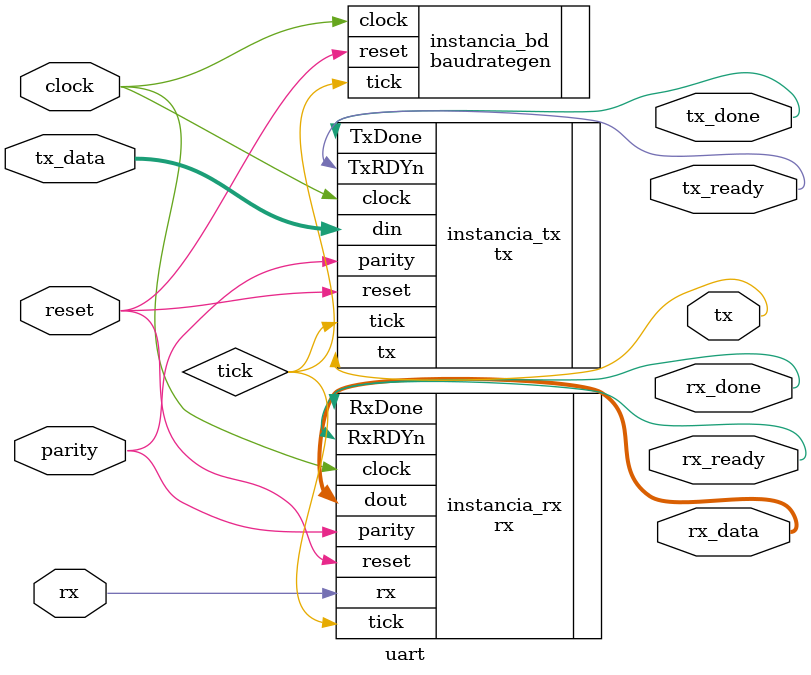
<source format=v>
`timescale 1ns / 1ps

module uart
    #(
        parameter CLK = 50e6,
        parameter BAUD_RATE = 9600,
        parameter NB_DATA = 8

    )(
        input wire clock,
        input wire reset,
        input wire parity,
        input wire [NB_DATA - 1 : 0] tx_data,
        output wire [NB_DATA - 1 : 0] rx_data,
        
        input wire rx,
        output wire rx_ready,
        output wire rx_done,
        output wire tx,
        output wire tx_done,
        output wire tx_ready
    );
    
    wire tick;

    baudrategen#(.CLK(CLK), .BAUD_RATE(BAUD_RATE)) instancia_bd
    (
        .clock(clock),
        .reset(reset),
        .tick(tick)
    );

    tx#() instancia_tx
    (
        .clock(clock),
        .reset(reset),
        .tick(tick),
        .parity(parity),

        .din(tx_data),
        .tx(tx),
        .TxRDYn(tx_ready),
        .TxDone(tx_done)
    );

    rx#() instancia_rx
    (
        .clock(clock),
        .reset(reset),
        .tick(tick),
        .parity(parity),

        .rx(rx),
        .dout(rx_data),
        .RxRDYn(rx_ready),
        .RxDone(rx_done)
    );
endmodule
</source>
